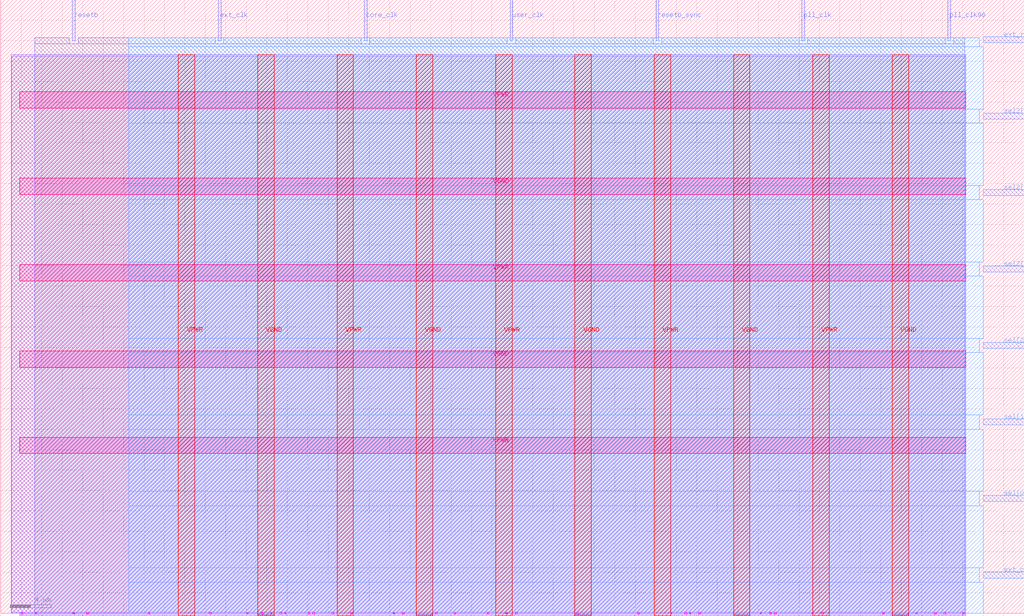
<source format=lef>
VERSION 5.7 ;
  NOWIREEXTENSIONATPIN ON ;
  DIVIDERCHAR "/" ;
  BUSBITCHARS "[]" ;
MACRO caravel_clocking
  CLASS BLOCK ;
  FOREIGN caravel_clocking ;
  ORIGIN 0.000 0.000 ;
  SIZE 100.000 BY 60.000 ;
  PIN VGND
    DIRECTION INPUT ;
    USE GROUND ;
    PORT
      LAYER met5 ;
        RECT 1.840 24.060 94.300 25.660 ;
    END
    PORT
      LAYER met5 ;
        RECT 1.840 40.960 94.300 42.560 ;
    END
    PORT
      LAYER met4 ;
        RECT 25.110 -0.240 26.710 54.640 ;
    END
    PORT
      LAYER met4 ;
        RECT 40.610 -0.240 42.210 54.640 ;
    END
    PORT
      LAYER met4 ;
        RECT 56.110 -0.240 57.710 54.640 ;
    END
    PORT
      LAYER met4 ;
        RECT 71.610 -0.240 73.210 54.640 ;
    END
    PORT
      LAYER met4 ;
        RECT 87.110 -0.240 88.710 54.640 ;
    END
  END VGND
  PIN VPWR
    DIRECTION INPUT ;
    USE POWER ;
    PORT
      LAYER met5 ;
        RECT 1.840 15.610 94.300 17.210 ;
    END
    PORT
      LAYER met5 ;
        RECT 1.840 32.510 94.300 34.110 ;
    END
    PORT
      LAYER met5 ;
        RECT 1.840 49.410 94.300 51.010 ;
    END
    PORT
      LAYER met4 ;
        RECT 17.360 -0.240 18.960 54.640 ;
    END
    PORT
      LAYER met4 ;
        RECT 32.860 -0.240 34.460 54.640 ;
    END
    PORT
      LAYER met4 ;
        RECT 48.360 -0.240 49.960 54.640 ;
    END
    PORT
      LAYER met4 ;
        RECT 63.860 -0.240 65.460 54.640 ;
    END
    PORT
      LAYER met4 ;
        RECT 79.360 -0.240 80.960 54.640 ;
    END
  END VPWR
  PIN core_clk
    DIRECTION OUTPUT TRISTATE ;
    USE SIGNAL ;
    PORT
      LAYER met2 ;
        RECT 35.510 56.000 35.790 60.000 ;
    END
  END core_clk
  PIN ext_clk
    DIRECTION INPUT ;
    USE SIGNAL ;
    PORT
      LAYER met2 ;
        RECT 21.250 56.000 21.530 60.000 ;
    END
  END ext_clk
  PIN ext_clk_sel
    DIRECTION INPUT ;
    USE SIGNAL ;
    PORT
      LAYER met3 ;
        RECT 96.000 3.440 100.000 4.040 ;
    END
  END ext_clk_sel
  PIN ext_reset
    DIRECTION INPUT ;
    USE SIGNAL ;
    PORT
      LAYER met3 ;
        RECT 96.000 55.800 100.000 56.400 ;
    END
  END ext_reset
  PIN pll_clk
    DIRECTION INPUT ;
    USE SIGNAL ;
    PORT
      LAYER met2 ;
        RECT 78.290 56.000 78.570 60.000 ;
    END
  END pll_clk
  PIN pll_clk90
    DIRECTION INPUT ;
    USE SIGNAL ;
    PORT
      LAYER met2 ;
        RECT 92.550 56.000 92.830 60.000 ;
    END
  END pll_clk90
  PIN resetb
    DIRECTION INPUT ;
    USE SIGNAL ;
    PORT
      LAYER met2 ;
        RECT 6.990 56.000 7.270 60.000 ;
    END
  END resetb
  PIN resetb_sync
    DIRECTION OUTPUT TRISTATE ;
    USE SIGNAL ;
    PORT
      LAYER met2 ;
        RECT 64.030 56.000 64.310 60.000 ;
    END
  END resetb_sync
  PIN sel2[0]
    DIRECTION INPUT ;
    USE SIGNAL ;
    PORT
      LAYER met3 ;
        RECT 96.000 33.360 100.000 33.960 ;
    END
  END sel2[0]
  PIN sel2[1]
    DIRECTION INPUT ;
    USE SIGNAL ;
    PORT
      LAYER met3 ;
        RECT 96.000 40.840 100.000 41.440 ;
    END
  END sel2[1]
  PIN sel2[2]
    DIRECTION INPUT ;
    USE SIGNAL ;
    PORT
      LAYER met3 ;
        RECT 96.000 48.320 100.000 48.920 ;
    END
  END sel2[2]
  PIN sel[0]
    DIRECTION INPUT ;
    USE SIGNAL ;
    PORT
      LAYER met3 ;
        RECT 96.000 10.920 100.000 11.520 ;
    END
  END sel[0]
  PIN sel[1]
    DIRECTION INPUT ;
    USE SIGNAL ;
    PORT
      LAYER met3 ;
        RECT 96.000 18.400 100.000 19.000 ;
    END
  END sel[1]
  PIN sel[2]
    DIRECTION INPUT ;
    USE SIGNAL ;
    PORT
      LAYER met3 ;
        RECT 96.000 25.880 100.000 26.480 ;
    END
  END sel[2]
  PIN user_clk
    DIRECTION OUTPUT TRISTATE ;
    USE SIGNAL ;
    PORT
      LAYER met2 ;
        RECT 49.770 56.000 50.050 60.000 ;
    END
  END user_clk
  OBS
      LAYER pwell ;
        RECT 1.985 -0.085 2.155 0.085 ;
        RECT 3.365 -0.085 3.535 0.085 ;
        RECT 7.055 -0.050 7.215 0.060 ;
        RECT 8.425 -0.085 8.595 0.085 ;
        RECT 14.405 -0.085 14.575 0.085 ;
        RECT 20.385 -0.085 20.555 0.085 ;
        RECT 24.060 -0.055 24.180 0.055 ;
        RECT 25.450 -0.085 25.620 0.085 ;
        RECT 26.360 -0.055 26.480 0.055 ;
        RECT 27.285 -0.085 27.455 0.085 ;
        RECT 27.755 -0.050 27.915 0.060 ;
        RECT 30.040 -0.085 30.210 0.085 ;
        RECT 30.505 -0.085 30.675 0.085 ;
        RECT 32.350 -0.085 32.520 0.085 ;
        RECT 34.185 -0.085 34.355 0.085 ;
        RECT 38.335 -0.050 38.495 0.060 ;
        RECT 39.245 -0.085 39.415 0.085 ;
        RECT 42.465 -0.085 42.635 0.085 ;
        RECT 44.305 -0.085 44.475 0.085 ;
        RECT 47.525 -0.085 47.695 0.085 ;
        RECT 49.360 -0.055 49.480 0.055 ;
        RECT 50.285 -0.085 50.455 0.085 ;
        RECT 56.265 -0.085 56.435 0.085 ;
        RECT 62.245 -0.085 62.415 0.085 ;
        RECT 65.460 -0.055 65.580 0.055 ;
        RECT 66.840 -0.085 67.010 0.085 ;
        RECT 67.300 -0.055 67.420 0.055 ;
        RECT 68.225 -0.085 68.395 0.085 ;
        RECT 74.200 -0.055 74.320 0.055 ;
        RECT 75.125 -0.085 75.295 0.085 ;
        RECT 75.585 -0.085 75.755 0.085 ;
        RECT 79.260 -0.055 79.380 0.055 ;
        RECT 80.185 -0.085 80.355 0.085 ;
        RECT 86.165 -0.085 86.335 0.085 ;
        RECT 89.395 -0.050 89.555 0.060 ;
        RECT 91.225 -0.085 91.395 0.085 ;
        RECT 92.145 -0.085 92.315 0.085 ;
        RECT 93.985 -0.085 94.155 0.085 ;
      LAYER li1 ;
        RECT 1.065 0.085 94.300 54.485 ;
        RECT 1.065 0.000 1.840 0.085 ;
      LAYER li1 ;
        RECT 1.840 -0.085 94.300 0.085 ;
      LAYER met1 ;
        RECT 1.005 0.000 94.300 54.640 ;
        RECT 1.840 -0.240 94.300 0.000 ;
      LAYER met2 ;
        RECT 3.320 55.720 6.710 56.285 ;
        RECT 7.550 55.720 20.970 56.285 ;
        RECT 21.810 55.720 35.230 56.285 ;
        RECT 36.070 55.720 49.490 56.285 ;
        RECT 50.330 55.720 63.750 56.285 ;
        RECT 64.590 55.720 78.010 56.285 ;
        RECT 78.850 55.720 92.270 56.285 ;
        RECT 93.110 55.720 94.210 56.285 ;
        RECT 3.320 0.000 94.210 55.720 ;
        RECT 25.140 -0.240 26.680 0.000 ;
        RECT 40.640 -0.240 42.180 0.000 ;
        RECT 56.140 -0.240 57.680 0.000 ;
        RECT 71.640 -0.240 73.180 0.000 ;
        RECT 87.140 -0.240 88.680 0.000 ;
      LAYER met3 ;
        RECT 12.485 55.400 95.600 56.265 ;
        RECT 12.485 49.320 96.000 55.400 ;
        RECT 12.485 47.920 95.600 49.320 ;
        RECT 12.485 41.840 96.000 47.920 ;
        RECT 12.485 40.440 95.600 41.840 ;
        RECT 12.485 34.360 96.000 40.440 ;
        RECT 12.485 32.960 95.600 34.360 ;
        RECT 12.485 26.880 96.000 32.960 ;
        RECT 12.485 25.480 95.600 26.880 ;
        RECT 12.485 19.400 96.000 25.480 ;
        RECT 12.485 18.000 95.600 19.400 ;
        RECT 12.485 11.920 96.000 18.000 ;
        RECT 12.485 10.520 95.600 11.920 ;
        RECT 12.485 4.440 96.000 10.520 ;
        RECT 12.485 3.040 95.600 4.440 ;
        RECT 12.485 0.000 96.000 3.040 ;
        RECT 25.110 -0.165 26.710 0.000 ;
        RECT 40.610 -0.165 42.210 0.000 ;
        RECT 56.110 -0.165 57.710 0.000 ;
        RECT 71.610 -0.165 73.210 0.000 ;
        RECT 87.110 -0.165 88.710 0.000 ;
  END
END caravel_clocking
END LIBRARY


</source>
